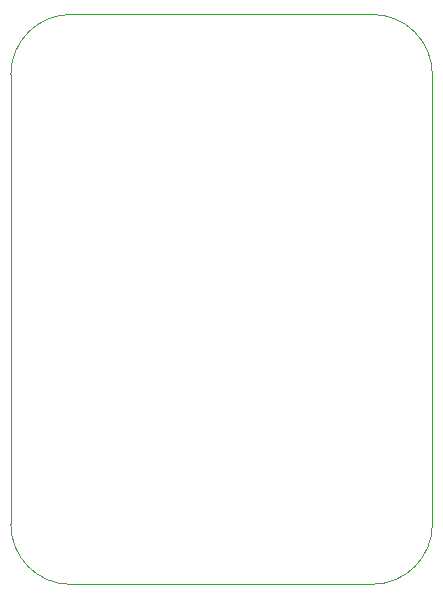
<source format=gbr>
%TF.GenerationSoftware,KiCad,Pcbnew,8.0.3*%
%TF.CreationDate,2024-07-16T22:19:37-05:00*%
%TF.ProjectId,3.3v Pro Micro Wii Connector,332e3376-2050-4726-9f20-4d6963726f20,rev?*%
%TF.SameCoordinates,Original*%
%TF.FileFunction,Profile,NP*%
%FSLAX46Y46*%
G04 Gerber Fmt 4.6, Leading zero omitted, Abs format (unit mm)*
G04 Created by KiCad (PCBNEW 8.0.3) date 2024-07-16 22:19:37*
%MOMM*%
%LPD*%
G01*
G04 APERTURE LIST*
%TA.AperFunction,Profile*%
%ADD10C,0.050000*%
%TD*%
G04 APERTURE END LIST*
D10*
X188627898Y-126727898D02*
X163100000Y-126740000D01*
X188627898Y-78480000D02*
X163100000Y-78480000D01*
X158020000Y-83560000D02*
G75*
G02*
X163100000Y-78480000I5080000J0D01*
G01*
X193707898Y-121647898D02*
G75*
G02*
X188627898Y-126727898I-5079998J-2D01*
G01*
X163100000Y-126740000D02*
G75*
G02*
X158020000Y-121660000I0J5080000D01*
G01*
X158020000Y-83560000D02*
X158020000Y-121660000D01*
X188627898Y-78480000D02*
G75*
G02*
X193707900Y-83560000I2J-5080000D01*
G01*
X193707898Y-83560000D02*
X193707898Y-121647898D01*
M02*

</source>
